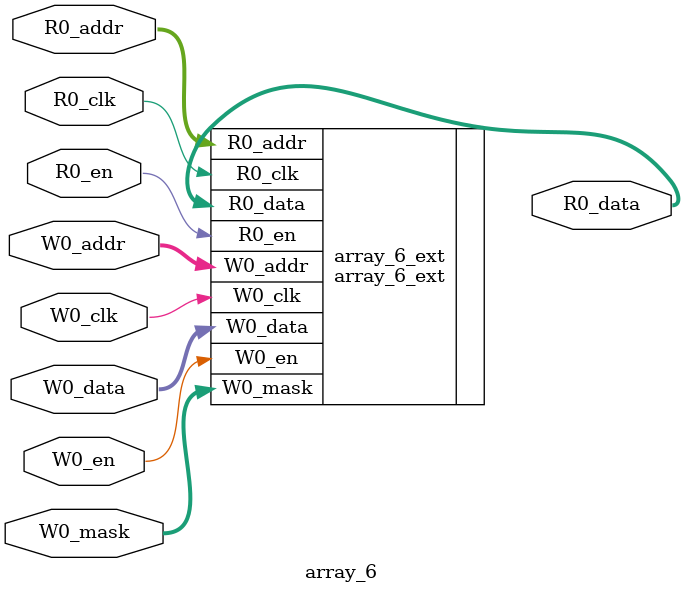
<source format=sv>
`ifndef RANDOMIZE
  `ifdef RANDOMIZE_MEM_INIT
    `define RANDOMIZE
  `endif // RANDOMIZE_MEM_INIT
`endif // not def RANDOMIZE
`ifndef RANDOMIZE
  `ifdef RANDOMIZE_REG_INIT
    `define RANDOMIZE
  `endif // RANDOMIZE_REG_INIT
`endif // not def RANDOMIZE

`ifndef RANDOM
  `define RANDOM $random
`endif // not def RANDOM

// Users can define INIT_RANDOM as general code that gets injected into the
// initializer block for modules with registers.
`ifndef INIT_RANDOM
  `define INIT_RANDOM
`endif // not def INIT_RANDOM

// If using random initialization, you can also define RANDOMIZE_DELAY to
// customize the delay used, otherwise 0.002 is used.
`ifndef RANDOMIZE_DELAY
  `define RANDOMIZE_DELAY 0.002
`endif // not def RANDOMIZE_DELAY

// Define INIT_RANDOM_PROLOG_ for use in our modules below.
`ifndef INIT_RANDOM_PROLOG_
  `ifdef RANDOMIZE
    `ifdef VERILATOR
      `define INIT_RANDOM_PROLOG_ `INIT_RANDOM
    `else  // VERILATOR
      `define INIT_RANDOM_PROLOG_ `INIT_RANDOM #`RANDOMIZE_DELAY begin end
    `endif // VERILATOR
  `else  // RANDOMIZE
    `define INIT_RANDOM_PROLOG_
  `endif // RANDOMIZE
`endif // not def INIT_RANDOM_PROLOG_

// Include register initializers in init blocks unless synthesis is set
`ifndef SYNTHESIS
  `ifndef ENABLE_INITIAL_REG_
    `define ENABLE_INITIAL_REG_
  `endif // not def ENABLE_INITIAL_REG_
`endif // not def SYNTHESIS

// Include rmemory initializers in init blocks unless synthesis is set
`ifndef SYNTHESIS
  `ifndef ENABLE_INITIAL_MEM_
    `define ENABLE_INITIAL_MEM_
  `endif // not def ENABLE_INITIAL_MEM_
`endif // not def SYNTHESIS

module array_6(	// utility/src/main/scala/utility/SRAMTemplate.scala:105:26
  input  [8:0]  R0_addr,
  input         R0_en,
  input         R0_clk,
  output [15:0] R0_data,
  input  [8:0]  W0_addr,
  input         W0_en,
  input         W0_clk,
  input  [15:0] W0_data,
  input  [7:0]  W0_mask
);

  array_6_ext array_6_ext (	// utility/src/main/scala/utility/SRAMTemplate.scala:105:26
    .R0_addr (R0_addr),
    .R0_en   (R0_en),
    .R0_clk  (R0_clk),
    .R0_data (R0_data),
    .W0_addr (W0_addr),
    .W0_en   (W0_en),
    .W0_clk  (W0_clk),
    .W0_data (W0_data),
    .W0_mask (W0_mask)
  );
endmodule


</source>
